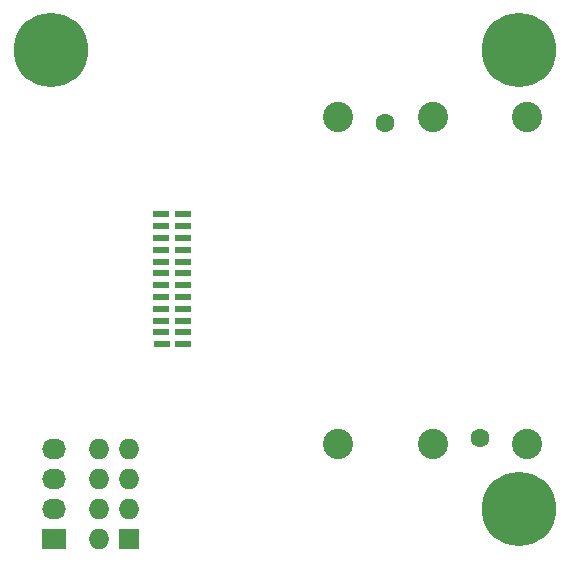
<source format=gts>
G04 #@! TF.FileFunction,Soldermask,Top*
%FSLAX46Y46*%
G04 Gerber Fmt 4.6, Leading zero omitted, Abs format (unit mm)*
G04 Created by KiCad (PCBNEW 4.0.2-4+6225~38~ubuntu15.10.1-stable) date Sat 12 Mar 2016 12:16:19 GMT*
%MOMM*%
G01*
G04 APERTURE LIST*
%ADD10C,0.100000*%
%ADD11C,6.300000*%
%ADD12C,0.600000*%
%ADD13R,2.032000X1.727200*%
%ADD14O,2.032000X1.727200*%
%ADD15R,1.727200X1.727200*%
%ADD16O,1.727200X1.727200*%
%ADD17R,1.400000X0.500000*%
%ADD18C,1.600200*%
%ADD19C,2.565400*%
G04 APERTURE END LIST*
D10*
D11*
X95250000Y-88900000D03*
D12*
X95250000Y-86400000D03*
X97750000Y-88900000D03*
X95250000Y-91400000D03*
X92750000Y-88900000D03*
X93450000Y-87100000D03*
X97050000Y-87100000D03*
X93450000Y-90700000D03*
X97050000Y-90700000D03*
D11*
X95250000Y-50038000D03*
D12*
X95250000Y-47538000D03*
X97750000Y-50038000D03*
X95250000Y-52538000D03*
X92750000Y-50038000D03*
X93450000Y-48238000D03*
X97050000Y-48238000D03*
X93450000Y-51838000D03*
X97050000Y-51838000D03*
D13*
X55880000Y-91440000D03*
D14*
X55880000Y-88900000D03*
X55880000Y-86360000D03*
X55880000Y-83820000D03*
D15*
X62230000Y-91440000D03*
D16*
X59690000Y-91440000D03*
X62230000Y-88900000D03*
X59690000Y-88900000D03*
X62230000Y-86360000D03*
X59690000Y-86360000D03*
X62230000Y-83820000D03*
X59690000Y-83820000D03*
D11*
X55633620Y-50038000D03*
D12*
X55633620Y-47538000D03*
X58133620Y-50038000D03*
X55633620Y-52538000D03*
X53133620Y-50038000D03*
X53833620Y-48238000D03*
X57433620Y-48238000D03*
X53833620Y-51838000D03*
X57433620Y-51838000D03*
D17*
X65019798Y-74919978D03*
X66819798Y-74920000D03*
X65000000Y-73919980D03*
X66799998Y-73919980D03*
X65000000Y-72919982D03*
X66799998Y-72919982D03*
X65000000Y-71919984D03*
X66799998Y-71919984D03*
X65000000Y-70919986D03*
X66799998Y-70919986D03*
X65000000Y-69919988D03*
X66799998Y-69919988D03*
X65000000Y-68919990D03*
X66799998Y-68919990D03*
X65000000Y-67919992D03*
X66799998Y-67919992D03*
X65000000Y-66919994D03*
X66799998Y-66919994D03*
X65000000Y-65919996D03*
X66799998Y-65919996D03*
X65000000Y-64919998D03*
X66799998Y-64919998D03*
X65000000Y-63920000D03*
X66799998Y-63920000D03*
D18*
X91959891Y-82869976D03*
X91959891Y-82869976D03*
X83959907Y-56170002D03*
X83959907Y-56170002D03*
D19*
X95959883Y-83370102D03*
X95959883Y-83370102D03*
X79959915Y-83370102D03*
X79959915Y-83370102D03*
X95960899Y-55669876D03*
X95960899Y-55669876D03*
X79958899Y-55669876D03*
X79958899Y-55669876D03*
X87959899Y-55657176D03*
X87959899Y-55657176D03*
X87959899Y-83382802D03*
X87959899Y-83382802D03*
M02*

</source>
